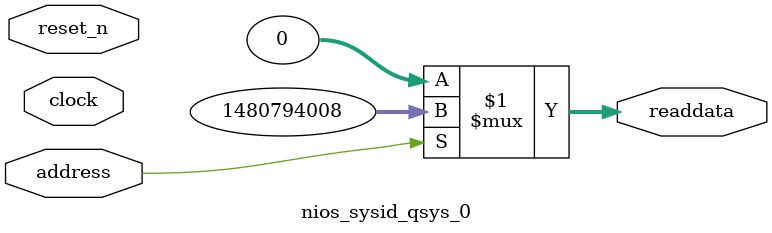
<source format=v>

`timescale 1ns / 1ps
// synthesis translate_on

// turn off superfluous verilog processor warnings 
// altera message_level Level1 
// altera message_off 10034 10035 10036 10037 10230 10240 10030 

module nios_sysid_qsys_0 (
               // inputs:
                address,
                clock,
                reset_n,

               // outputs:
                readdata
             )
;

  output  [ 31: 0] readdata;
  input            address;
  input            clock;
  input            reset_n;

  wire    [ 31: 0] readdata;
  //control_slave, which is an e_avalon_slave
  assign readdata = address ? 1480794008 : 0;

endmodule




</source>
